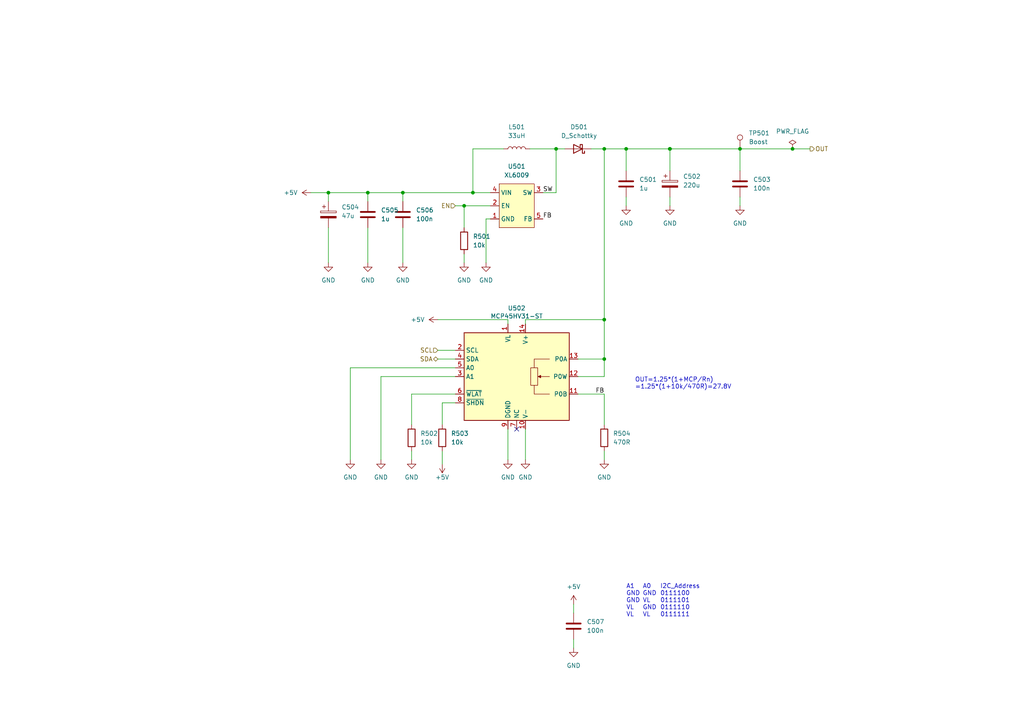
<source format=kicad_sch>
(kicad_sch (version 20211123) (generator eeschema)

  (uuid 74012f9c-57f0-452a-9ea1-1e3437e264b8)

  (paper "A4")

  (lib_symbols
    (symbol "Connector:TestPoint" (pin_numbers hide) (pin_names (offset 0.762) hide) (in_bom yes) (on_board yes)
      (property "Reference" "TP" (id 0) (at 0 6.858 0)
        (effects (font (size 1.27 1.27)))
      )
      (property "Value" "TestPoint" (id 1) (at 0 5.08 0)
        (effects (font (size 1.27 1.27)))
      )
      (property "Footprint" "" (id 2) (at 5.08 0 0)
        (effects (font (size 1.27 1.27)) hide)
      )
      (property "Datasheet" "~" (id 3) (at 5.08 0 0)
        (effects (font (size 1.27 1.27)) hide)
      )
      (property "ki_keywords" "test point tp" (id 4) (at 0 0 0)
        (effects (font (size 1.27 1.27)) hide)
      )
      (property "ki_description" "test point" (id 5) (at 0 0 0)
        (effects (font (size 1.27 1.27)) hide)
      )
      (property "ki_fp_filters" "Pin* Test*" (id 6) (at 0 0 0)
        (effects (font (size 1.27 1.27)) hide)
      )
      (symbol "TestPoint_0_1"
        (circle (center 0 3.302) (radius 0.762)
          (stroke (width 0) (type default) (color 0 0 0 0))
          (fill (type none))
        )
      )
      (symbol "TestPoint_1_1"
        (pin passive line (at 0 0 90) (length 2.54)
          (name "1" (effects (font (size 1.27 1.27))))
          (number "1" (effects (font (size 1.27 1.27))))
        )
      )
    )
    (symbol "Device:C" (pin_numbers hide) (pin_names (offset 0.254)) (in_bom yes) (on_board yes)
      (property "Reference" "C" (id 0) (at 0.635 2.54 0)
        (effects (font (size 1.27 1.27)) (justify left))
      )
      (property "Value" "C" (id 1) (at 0.635 -2.54 0)
        (effects (font (size 1.27 1.27)) (justify left))
      )
      (property "Footprint" "" (id 2) (at 0.9652 -3.81 0)
        (effects (font (size 1.27 1.27)) hide)
      )
      (property "Datasheet" "~" (id 3) (at 0 0 0)
        (effects (font (size 1.27 1.27)) hide)
      )
      (property "ki_keywords" "cap capacitor" (id 4) (at 0 0 0)
        (effects (font (size 1.27 1.27)) hide)
      )
      (property "ki_description" "Unpolarized capacitor" (id 5) (at 0 0 0)
        (effects (font (size 1.27 1.27)) hide)
      )
      (property "ki_fp_filters" "C_*" (id 6) (at 0 0 0)
        (effects (font (size 1.27 1.27)) hide)
      )
      (symbol "C_0_1"
        (polyline
          (pts
            (xy -2.032 -0.762)
            (xy 2.032 -0.762)
          )
          (stroke (width 0.508) (type default) (color 0 0 0 0))
          (fill (type none))
        )
        (polyline
          (pts
            (xy -2.032 0.762)
            (xy 2.032 0.762)
          )
          (stroke (width 0.508) (type default) (color 0 0 0 0))
          (fill (type none))
        )
      )
      (symbol "C_1_1"
        (pin passive line (at 0 3.81 270) (length 2.794)
          (name "~" (effects (font (size 1.27 1.27))))
          (number "1" (effects (font (size 1.27 1.27))))
        )
        (pin passive line (at 0 -3.81 90) (length 2.794)
          (name "~" (effects (font (size 1.27 1.27))))
          (number "2" (effects (font (size 1.27 1.27))))
        )
      )
    )
    (symbol "Device:C_Polarized" (pin_numbers hide) (pin_names (offset 0.254)) (in_bom yes) (on_board yes)
      (property "Reference" "C" (id 0) (at 0.635 2.54 0)
        (effects (font (size 1.27 1.27)) (justify left))
      )
      (property "Value" "C_Polarized" (id 1) (at 0.635 -2.54 0)
        (effects (font (size 1.27 1.27)) (justify left))
      )
      (property "Footprint" "" (id 2) (at 0.9652 -3.81 0)
        (effects (font (size 1.27 1.27)) hide)
      )
      (property "Datasheet" "~" (id 3) (at 0 0 0)
        (effects (font (size 1.27 1.27)) hide)
      )
      (property "ki_keywords" "cap capacitor" (id 4) (at 0 0 0)
        (effects (font (size 1.27 1.27)) hide)
      )
      (property "ki_description" "Polarized capacitor" (id 5) (at 0 0 0)
        (effects (font (size 1.27 1.27)) hide)
      )
      (property "ki_fp_filters" "CP_*" (id 6) (at 0 0 0)
        (effects (font (size 1.27 1.27)) hide)
      )
      (symbol "C_Polarized_0_1"
        (rectangle (start -2.286 0.508) (end 2.286 1.016)
          (stroke (width 0) (type default) (color 0 0 0 0))
          (fill (type none))
        )
        (polyline
          (pts
            (xy -1.778 2.286)
            (xy -0.762 2.286)
          )
          (stroke (width 0) (type default) (color 0 0 0 0))
          (fill (type none))
        )
        (polyline
          (pts
            (xy -1.27 2.794)
            (xy -1.27 1.778)
          )
          (stroke (width 0) (type default) (color 0 0 0 0))
          (fill (type none))
        )
        (rectangle (start 2.286 -0.508) (end -2.286 -1.016)
          (stroke (width 0) (type default) (color 0 0 0 0))
          (fill (type outline))
        )
      )
      (symbol "C_Polarized_1_1"
        (pin passive line (at 0 3.81 270) (length 2.794)
          (name "~" (effects (font (size 1.27 1.27))))
          (number "1" (effects (font (size 1.27 1.27))))
        )
        (pin passive line (at 0 -3.81 90) (length 2.794)
          (name "~" (effects (font (size 1.27 1.27))))
          (number "2" (effects (font (size 1.27 1.27))))
        )
      )
    )
    (symbol "Device:D_Schottky" (pin_numbers hide) (pin_names (offset 1.016) hide) (in_bom yes) (on_board yes)
      (property "Reference" "D" (id 0) (at 0 2.54 0)
        (effects (font (size 1.27 1.27)))
      )
      (property "Value" "D_Schottky" (id 1) (at 0 -2.54 0)
        (effects (font (size 1.27 1.27)))
      )
      (property "Footprint" "" (id 2) (at 0 0 0)
        (effects (font (size 1.27 1.27)) hide)
      )
      (property "Datasheet" "~" (id 3) (at 0 0 0)
        (effects (font (size 1.27 1.27)) hide)
      )
      (property "ki_keywords" "diode Schottky" (id 4) (at 0 0 0)
        (effects (font (size 1.27 1.27)) hide)
      )
      (property "ki_description" "Schottky diode" (id 5) (at 0 0 0)
        (effects (font (size 1.27 1.27)) hide)
      )
      (property "ki_fp_filters" "TO-???* *_Diode_* *SingleDiode* D_*" (id 6) (at 0 0 0)
        (effects (font (size 1.27 1.27)) hide)
      )
      (symbol "D_Schottky_0_1"
        (polyline
          (pts
            (xy 1.27 0)
            (xy -1.27 0)
          )
          (stroke (width 0) (type default) (color 0 0 0 0))
          (fill (type none))
        )
        (polyline
          (pts
            (xy 1.27 1.27)
            (xy 1.27 -1.27)
            (xy -1.27 0)
            (xy 1.27 1.27)
          )
          (stroke (width 0.254) (type default) (color 0 0 0 0))
          (fill (type none))
        )
        (polyline
          (pts
            (xy -1.905 0.635)
            (xy -1.905 1.27)
            (xy -1.27 1.27)
            (xy -1.27 -1.27)
            (xy -0.635 -1.27)
            (xy -0.635 -0.635)
          )
          (stroke (width 0.254) (type default) (color 0 0 0 0))
          (fill (type none))
        )
      )
      (symbol "D_Schottky_1_1"
        (pin passive line (at -3.81 0 0) (length 2.54)
          (name "K" (effects (font (size 1.27 1.27))))
          (number "1" (effects (font (size 1.27 1.27))))
        )
        (pin passive line (at 3.81 0 180) (length 2.54)
          (name "A" (effects (font (size 1.27 1.27))))
          (number "2" (effects (font (size 1.27 1.27))))
        )
      )
    )
    (symbol "Device:L" (pin_numbers hide) (pin_names (offset 1.016) hide) (in_bom yes) (on_board yes)
      (property "Reference" "L" (id 0) (at -1.27 0 90)
        (effects (font (size 1.27 1.27)))
      )
      (property "Value" "L" (id 1) (at 1.905 0 90)
        (effects (font (size 1.27 1.27)))
      )
      (property "Footprint" "" (id 2) (at 0 0 0)
        (effects (font (size 1.27 1.27)) hide)
      )
      (property "Datasheet" "~" (id 3) (at 0 0 0)
        (effects (font (size 1.27 1.27)) hide)
      )
      (property "ki_keywords" "inductor choke coil reactor magnetic" (id 4) (at 0 0 0)
        (effects (font (size 1.27 1.27)) hide)
      )
      (property "ki_description" "Inductor" (id 5) (at 0 0 0)
        (effects (font (size 1.27 1.27)) hide)
      )
      (property "ki_fp_filters" "Choke_* *Coil* Inductor_* L_*" (id 6) (at 0 0 0)
        (effects (font (size 1.27 1.27)) hide)
      )
      (symbol "L_0_1"
        (arc (start 0 -2.54) (mid 0.635 -1.905) (end 0 -1.27)
          (stroke (width 0) (type default) (color 0 0 0 0))
          (fill (type none))
        )
        (arc (start 0 -1.27) (mid 0.635 -0.635) (end 0 0)
          (stroke (width 0) (type default) (color 0 0 0 0))
          (fill (type none))
        )
        (arc (start 0 0) (mid 0.635 0.635) (end 0 1.27)
          (stroke (width 0) (type default) (color 0 0 0 0))
          (fill (type none))
        )
        (arc (start 0 1.27) (mid 0.635 1.905) (end 0 2.54)
          (stroke (width 0) (type default) (color 0 0 0 0))
          (fill (type none))
        )
      )
      (symbol "L_1_1"
        (pin passive line (at 0 3.81 270) (length 1.27)
          (name "1" (effects (font (size 1.27 1.27))))
          (number "1" (effects (font (size 1.27 1.27))))
        )
        (pin passive line (at 0 -3.81 90) (length 1.27)
          (name "2" (effects (font (size 1.27 1.27))))
          (number "2" (effects (font (size 1.27 1.27))))
        )
      )
    )
    (symbol "Device:R" (pin_numbers hide) (pin_names (offset 0)) (in_bom yes) (on_board yes)
      (property "Reference" "R" (id 0) (at 2.032 0 90)
        (effects (font (size 1.27 1.27)))
      )
      (property "Value" "R" (id 1) (at 0 0 90)
        (effects (font (size 1.27 1.27)))
      )
      (property "Footprint" "" (id 2) (at -1.778 0 90)
        (effects (font (size 1.27 1.27)) hide)
      )
      (property "Datasheet" "~" (id 3) (at 0 0 0)
        (effects (font (size 1.27 1.27)) hide)
      )
      (property "ki_keywords" "R res resistor" (id 4) (at 0 0 0)
        (effects (font (size 1.27 1.27)) hide)
      )
      (property "ki_description" "Resistor" (id 5) (at 0 0 0)
        (effects (font (size 1.27 1.27)) hide)
      )
      (property "ki_fp_filters" "R_*" (id 6) (at 0 0 0)
        (effects (font (size 1.27 1.27)) hide)
      )
      (symbol "R_0_1"
        (rectangle (start -1.016 -2.54) (end 1.016 2.54)
          (stroke (width 0.254) (type default) (color 0 0 0 0))
          (fill (type none))
        )
      )
      (symbol "R_1_1"
        (pin passive line (at 0 3.81 270) (length 1.27)
          (name "~" (effects (font (size 1.27 1.27))))
          (number "1" (effects (font (size 1.27 1.27))))
        )
        (pin passive line (at 0 -3.81 90) (length 1.27)
          (name "~" (effects (font (size 1.27 1.27))))
          (number "2" (effects (font (size 1.27 1.27))))
        )
      )
    )
    (symbol "Potentiometer_Digital:MCP45HV31-ST" (in_bom yes) (on_board yes)
      (property "Reference" "U" (id 0) (at -13.97 13.97 0)
        (effects (font (size 1.27 1.27)))
      )
      (property "Value" "MCP45HV31-ST" (id 1) (at 11.43 13.97 0)
        (effects (font (size 1.27 1.27)))
      )
      (property "Footprint" "Package_SO:TSSOP-14_4.4x5mm_P0.65mm" (id 2) (at 27.94 -13.97 0)
        (effects (font (size 1.27 1.27)) hide)
      )
      (property "Datasheet" "http://ww1.microchip.com/downloads/en/DeviceDoc/20005304A.pdf" (id 3) (at -13.97 11.43 0)
        (effects (font (size 1.27 1.27)) hide)
      )
      (property "ki_keywords" "I2C Potentiometer pot digital" (id 4) (at 0 0 0)
        (effects (font (size 1.27 1.27)) hide)
      )
      (property "ki_description" "7/8-bit single +36V (+/-18V) digital pot, I2C serial interface, volatile memory, TSSOP-14" (id 5) (at 0 0 0)
        (effects (font (size 1.27 1.27)) hide)
      )
      (property "ki_fp_filters" "TSSOP*4.4x5mm*P0.65mm*" (id 6) (at 0 0 0)
        (effects (font (size 1.27 1.27)) hide)
      )
      (symbol "MCP45HV31-ST_0_1"
        (polyline
          (pts
            (xy 9.525 0)
            (xy 6.223 0)
          )
          (stroke (width 0) (type default) (color 0 0 0 0))
          (fill (type none))
        )
        (polyline
          (pts
            (xy 5.08 -2.54)
            (xy 5.08 -5.08)
            (xy 9.525 -5.08)
          )
          (stroke (width 0) (type default) (color 0 0 0 0))
          (fill (type none))
        )
        (polyline
          (pts
            (xy 5.08 2.54)
            (xy 5.08 5.08)
            (xy 9.525 5.08)
          )
          (stroke (width 0) (type default) (color 0 0 0 0))
          (fill (type none))
        )
        (polyline
          (pts
            (xy 6.223 0)
            (xy 6.985 0.381)
            (xy 6.985 -0.381)
            (xy 6.223 0)
          )
          (stroke (width 0) (type default) (color 0 0 0 0))
          (fill (type outline))
        )
        (polyline
          (pts
            (xy 6.096 2.54)
            (xy 4.064 2.54)
            (xy 4.064 -2.54)
            (xy 6.096 -2.54)
            (xy 6.096 2.54)
          )
          (stroke (width 0) (type default) (color 0 0 0 0))
          (fill (type none))
        )
      )
      (symbol "MCP45HV31-ST_1_1"
        (rectangle (start -15.24 12.7) (end 15.24 -12.7)
          (stroke (width 0.254) (type default) (color 0 0 0 0))
          (fill (type background))
        )
        (pin power_in line (at -2.54 15.24 270) (length 2.54)
          (name "VL" (effects (font (size 1.27 1.27))))
          (number "1" (effects (font (size 1.27 1.27))))
        )
        (pin power_in line (at 2.54 -15.24 90) (length 2.54)
          (name "V-" (effects (font (size 1.27 1.27))))
          (number "10" (effects (font (size 1.27 1.27))))
        )
        (pin passive line (at 17.78 -5.08 180) (length 2.54)
          (name "P0B" (effects (font (size 1.27 1.27))))
          (number "11" (effects (font (size 1.27 1.27))))
        )
        (pin passive line (at 17.78 0 180) (length 2.54)
          (name "P0W" (effects (font (size 1.27 1.27))))
          (number "12" (effects (font (size 1.27 1.27))))
        )
        (pin passive line (at 17.78 5.08 180) (length 2.54)
          (name "P0A" (effects (font (size 1.27 1.27))))
          (number "13" (effects (font (size 1.27 1.27))))
        )
        (pin power_in line (at 2.54 15.24 270) (length 2.54)
          (name "V+" (effects (font (size 1.27 1.27))))
          (number "14" (effects (font (size 1.27 1.27))))
        )
        (pin input line (at -17.78 7.62 0) (length 2.54)
          (name "SCL" (effects (font (size 1.27 1.27))))
          (number "2" (effects (font (size 1.27 1.27))))
        )
        (pin input line (at -17.78 0 0) (length 2.54)
          (name "A1" (effects (font (size 1.27 1.27))))
          (number "3" (effects (font (size 1.27 1.27))))
        )
        (pin bidirectional line (at -17.78 5.08 0) (length 2.54)
          (name "SDA" (effects (font (size 1.27 1.27))))
          (number "4" (effects (font (size 1.27 1.27))))
        )
        (pin input line (at -17.78 2.54 0) (length 2.54)
          (name "A0" (effects (font (size 1.27 1.27))))
          (number "5" (effects (font (size 1.27 1.27))))
        )
        (pin input line (at -17.78 -5.08 0) (length 2.54)
          (name "~{WLAT}" (effects (font (size 1.27 1.27))))
          (number "6" (effects (font (size 1.27 1.27))))
        )
        (pin passive line (at 0 -15.24 90) (length 2.54)
          (name "NC" (effects (font (size 1.27 1.27))))
          (number "7" (effects (font (size 1.27 1.27))))
        )
        (pin input line (at -17.78 -7.62 0) (length 2.54)
          (name "~{SHDN}" (effects (font (size 1.27 1.27))))
          (number "8" (effects (font (size 1.27 1.27))))
        )
        (pin power_in line (at -2.54 -15.24 90) (length 2.54)
          (name "DGND" (effects (font (size 1.27 1.27))))
          (number "9" (effects (font (size 1.27 1.27))))
        )
      )
    )
    (symbol "XL6009:XL6009" (in_bom yes) (on_board yes)
      (property "Reference" "U" (id 0) (at 0 10.16 0)
        (effects (font (size 1.27 1.27)))
      )
      (property "Value" "XL6009" (id 1) (at 0 7.62 0)
        (effects (font (size 1.27 1.27)))
      )
      (property "Footprint" "" (id 2) (at 0 6.35 0)
        (effects (font (size 1.27 1.27)) hide)
      )
      (property "Datasheet" "" (id 3) (at 0 6.35 0)
        (effects (font (size 1.27 1.27)) hide)
      )
      (symbol "XL6009_0_1"
        (rectangle (start -5.08 6.35) (end 5.08 -6.35)
          (stroke (width 0) (type default) (color 0 0 0 0))
          (fill (type background))
        )
      )
      (symbol "XL6009_1_1"
        (pin input line (at -7.62 -3.81 0) (length 2.54)
          (name "GND" (effects (font (size 1.27 1.27))))
          (number "1" (effects (font (size 1.27 1.27))))
        )
        (pin input line (at -7.62 0 0) (length 2.54)
          (name "EN" (effects (font (size 1.27 1.27))))
          (number "2" (effects (font (size 1.27 1.27))))
        )
        (pin bidirectional line (at 7.62 3.81 180) (length 2.54)
          (name "SW" (effects (font (size 1.27 1.27))))
          (number "3" (effects (font (size 1.27 1.27))))
        )
        (pin input line (at -7.62 3.81 0) (length 2.54)
          (name "VIN" (effects (font (size 1.27 1.27))))
          (number "4" (effects (font (size 1.27 1.27))))
        )
        (pin input line (at 7.62 -3.81 180) (length 2.54)
          (name "FB" (effects (font (size 1.27 1.27))))
          (number "5" (effects (font (size 1.27 1.27))))
        )
      )
    )
    (symbol "power:+5V" (power) (pin_names (offset 0)) (in_bom yes) (on_board yes)
      (property "Reference" "#PWR" (id 0) (at 0 -3.81 0)
        (effects (font (size 1.27 1.27)) hide)
      )
      (property "Value" "+5V" (id 1) (at 0 3.556 0)
        (effects (font (size 1.27 1.27)))
      )
      (property "Footprint" "" (id 2) (at 0 0 0)
        (effects (font (size 1.27 1.27)) hide)
      )
      (property "Datasheet" "" (id 3) (at 0 0 0)
        (effects (font (size 1.27 1.27)) hide)
      )
      (property "ki_keywords" "power-flag" (id 4) (at 0 0 0)
        (effects (font (size 1.27 1.27)) hide)
      )
      (property "ki_description" "Power symbol creates a global label with name \"+5V\"" (id 5) (at 0 0 0)
        (effects (font (size 1.27 1.27)) hide)
      )
      (symbol "+5V_0_1"
        (polyline
          (pts
            (xy -0.762 1.27)
            (xy 0 2.54)
          )
          (stroke (width 0) (type default) (color 0 0 0 0))
          (fill (type none))
        )
        (polyline
          (pts
            (xy 0 0)
            (xy 0 2.54)
          )
          (stroke (width 0) (type default) (color 0 0 0 0))
          (fill (type none))
        )
        (polyline
          (pts
            (xy 0 2.54)
            (xy 0.762 1.27)
          )
          (stroke (width 0) (type default) (color 0 0 0 0))
          (fill (type none))
        )
      )
      (symbol "+5V_1_1"
        (pin power_in line (at 0 0 90) (length 0) hide
          (name "+5V" (effects (font (size 1.27 1.27))))
          (number "1" (effects (font (size 1.27 1.27))))
        )
      )
    )
    (symbol "power:GND" (power) (pin_names (offset 0)) (in_bom yes) (on_board yes)
      (property "Reference" "#PWR" (id 0) (at 0 -6.35 0)
        (effects (font (size 1.27 1.27)) hide)
      )
      (property "Value" "GND" (id 1) (at 0 -3.81 0)
        (effects (font (size 1.27 1.27)))
      )
      (property "Footprint" "" (id 2) (at 0 0 0)
        (effects (font (size 1.27 1.27)) hide)
      )
      (property "Datasheet" "" (id 3) (at 0 0 0)
        (effects (font (size 1.27 1.27)) hide)
      )
      (property "ki_keywords" "power-flag" (id 4) (at 0 0 0)
        (effects (font (size 1.27 1.27)) hide)
      )
      (property "ki_description" "Power symbol creates a global label with name \"GND\" , ground" (id 5) (at 0 0 0)
        (effects (font (size 1.27 1.27)) hide)
      )
      (symbol "GND_0_1"
        (polyline
          (pts
            (xy 0 0)
            (xy 0 -1.27)
            (xy 1.27 -1.27)
            (xy 0 -2.54)
            (xy -1.27 -1.27)
            (xy 0 -1.27)
          )
          (stroke (width 0) (type default) (color 0 0 0 0))
          (fill (type none))
        )
      )
      (symbol "GND_1_1"
        (pin power_in line (at 0 0 270) (length 0) hide
          (name "GND" (effects (font (size 1.27 1.27))))
          (number "1" (effects (font (size 1.27 1.27))))
        )
      )
    )
    (symbol "power:PWR_FLAG" (power) (pin_numbers hide) (pin_names (offset 0) hide) (in_bom yes) (on_board yes)
      (property "Reference" "#FLG" (id 0) (at 0 1.905 0)
        (effects (font (size 1.27 1.27)) hide)
      )
      (property "Value" "PWR_FLAG" (id 1) (at 0 3.81 0)
        (effects (font (size 1.27 1.27)))
      )
      (property "Footprint" "" (id 2) (at 0 0 0)
        (effects (font (size 1.27 1.27)) hide)
      )
      (property "Datasheet" "~" (id 3) (at 0 0 0)
        (effects (font (size 1.27 1.27)) hide)
      )
      (property "ki_keywords" "power-flag" (id 4) (at 0 0 0)
        (effects (font (size 1.27 1.27)) hide)
      )
      (property "ki_description" "Special symbol for telling ERC where power comes from" (id 5) (at 0 0 0)
        (effects (font (size 1.27 1.27)) hide)
      )
      (symbol "PWR_FLAG_0_0"
        (pin power_out line (at 0 0 90) (length 0)
          (name "pwr" (effects (font (size 1.27 1.27))))
          (number "1" (effects (font (size 1.27 1.27))))
        )
      )
      (symbol "PWR_FLAG_0_1"
        (polyline
          (pts
            (xy 0 0)
            (xy 0 1.27)
            (xy -1.016 1.905)
            (xy 0 2.54)
            (xy 1.016 1.905)
            (xy 0 1.27)
          )
          (stroke (width 0) (type default) (color 0 0 0 0))
          (fill (type none))
        )
      )
    )
  )

  (junction (at 106.68 55.88) (diameter 0) (color 0 0 0 0)
    (uuid 168b25d9-f02e-4c47-bdcf-08a92dd7ef63)
  )
  (junction (at 181.61 43.18) (diameter 0) (color 0 0 0 0)
    (uuid 1f9c4853-9991-46d6-9327-b3ba1fb62c03)
  )
  (junction (at 194.31 43.18) (diameter 0) (color 0 0 0 0)
    (uuid 7c54b979-1ffc-4e1c-af63-7202d651c4ce)
  )
  (junction (at 175.26 43.18) (diameter 0) (color 0 0 0 0)
    (uuid 7fcf4453-d9e2-45f2-af8e-634a63ab1447)
  )
  (junction (at 175.26 92.71) (diameter 0) (color 0 0 0 0)
    (uuid 88202f55-8fd7-495c-a9f7-aa931c9e8418)
  )
  (junction (at 116.84 55.88) (diameter 0) (color 0 0 0 0)
    (uuid 9e891be4-c6a4-40fc-918f-187def93d6c7)
  )
  (junction (at 134.62 59.69) (diameter 0) (color 0 0 0 0)
    (uuid a59d6daf-5e75-4d21-8079-30eb99043a9c)
  )
  (junction (at 175.26 104.14) (diameter 0) (color 0 0 0 0)
    (uuid abecda56-5b3c-4676-bb71-c31bbb8ea94c)
  )
  (junction (at 194.2841 43.18) (diameter 0) (color 0 0 0 0)
    (uuid acb5d888-032a-4b85-87ee-0fb6198e85b4)
  )
  (junction (at 214.63 43.18) (diameter 0) (color 0 0 0 0)
    (uuid cac5ef4c-862a-4561-a01f-7c194938e859)
  )
  (junction (at 95.25 55.88) (diameter 0) (color 0 0 0 0)
    (uuid d345fc2e-e597-48eb-970e-51970b4296a9)
  )
  (junction (at 229.87 43.18) (diameter 0) (color 0 0 0 0)
    (uuid d4ebdbb7-477c-4cd0-80fb-506091e024db)
  )
  (junction (at 137.16 55.88) (diameter 0) (color 0 0 0 0)
    (uuid e7e68850-3b33-4f7f-bb84-16e577226ca8)
  )
  (junction (at 161.29 43.18) (diameter 0) (color 0 0 0 0)
    (uuid ead34520-2009-4d76-b024-ef3101837b16)
  )

  (no_connect (at 149.86 124.46) (uuid a5802a35-ad95-4a1c-ae53-9f40f9c4e23c))

  (wire (pts (xy 128.27 130.81) (xy 128.27 134.62))
    (stroke (width 0) (type default) (color 0 0 0 0))
    (uuid 01823dc3-3d6e-4821-b433-b8b5b599e16e)
  )
  (wire (pts (xy 119.38 130.81) (xy 119.38 133.35))
    (stroke (width 0) (type default) (color 0 0 0 0))
    (uuid 04f2b764-c7af-4d1c-91ee-5523f1236b8c)
  )
  (wire (pts (xy 142.24 63.5) (xy 140.97 63.5))
    (stroke (width 0) (type default) (color 0 0 0 0))
    (uuid 05e5995c-41d0-4140-a065-87a7cce51eeb)
  )
  (wire (pts (xy 137.16 43.18) (xy 137.16 55.88))
    (stroke (width 0) (type default) (color 0 0 0 0))
    (uuid 08ca546a-73ee-4a89-9e96-926e36c5a52c)
  )
  (wire (pts (xy 175.26 109.22) (xy 175.26 104.14))
    (stroke (width 0) (type default) (color 0 0 0 0))
    (uuid 0ced78cb-f504-48b1-b73a-7ae0ab62a046)
  )
  (wire (pts (xy 106.68 58.42) (xy 106.68 55.88))
    (stroke (width 0) (type default) (color 0 0 0 0))
    (uuid 0d1f1756-7e91-4046-b404-91840c7c8001)
  )
  (wire (pts (xy 229.87 43.18) (xy 234.95 43.18))
    (stroke (width 0) (type default) (color 0 0 0 0))
    (uuid 0d302e84-c8cb-4e60-a4ff-4f3984aba0ba)
  )
  (wire (pts (xy 95.25 55.88) (xy 95.25 58.42))
    (stroke (width 0) (type default) (color 0 0 0 0))
    (uuid 0f4dd752-78ff-43f1-a2ac-d8d94c7e2b41)
  )
  (wire (pts (xy 119.38 114.3) (xy 119.38 123.19))
    (stroke (width 0) (type default) (color 0 0 0 0))
    (uuid 190a6ed6-87ee-4f49-8cbf-3405c47d50ad)
  )
  (wire (pts (xy 152.4 93.98) (xy 152.4 92.71))
    (stroke (width 0) (type default) (color 0 0 0 0))
    (uuid 1d70be4c-d01a-403a-933a-2253218f98dd)
  )
  (wire (pts (xy 106.68 55.88) (xy 95.25 55.88))
    (stroke (width 0) (type default) (color 0 0 0 0))
    (uuid 1ecd28dd-6717-4997-b738-ccd3e93b9a39)
  )
  (wire (pts (xy 161.29 43.18) (xy 163.83 43.18))
    (stroke (width 0) (type default) (color 0 0 0 0))
    (uuid 20d8eb8b-b1fb-4d41-81a4-623a122fbd8f)
  )
  (wire (pts (xy 194.31 57.15) (xy 194.31 59.69))
    (stroke (width 0) (type default) (color 0 0 0 0))
    (uuid 22b7d98c-9080-4e9f-81a9-59a72b370430)
  )
  (wire (pts (xy 194.2841 43.18) (xy 194.31 43.18))
    (stroke (width 0) (type default) (color 0 0 0 0))
    (uuid 238a1b6b-0a94-44b4-8f1b-cd05f8a414fd)
  )
  (wire (pts (xy 175.26 43.18) (xy 181.61 43.18))
    (stroke (width 0) (type default) (color 0 0 0 0))
    (uuid 27073184-c6af-4cf6-8881-cd39599e62b8)
  )
  (wire (pts (xy 95.25 66.04) (xy 95.25 76.2))
    (stroke (width 0) (type default) (color 0 0 0 0))
    (uuid 278a45fa-8988-42d7-9a0e-317aeaca9412)
  )
  (wire (pts (xy 127 92.71) (xy 147.32 92.71))
    (stroke (width 0) (type default) (color 0 0 0 0))
    (uuid 2af85c6d-dc3d-4d5d-bd88-47e4a7ea63f0)
  )
  (wire (pts (xy 110.49 109.22) (xy 110.49 133.35))
    (stroke (width 0) (type default) (color 0 0 0 0))
    (uuid 40f5e380-d2fb-488e-9b3a-591758010505)
  )
  (wire (pts (xy 116.84 58.42) (xy 116.84 55.88))
    (stroke (width 0) (type default) (color 0 0 0 0))
    (uuid 43e305bb-47a7-4f2f-8b26-63990b6772a6)
  )
  (wire (pts (xy 132.08 116.84) (xy 128.27 116.84))
    (stroke (width 0) (type default) (color 0 0 0 0))
    (uuid 44cc4e42-4f73-4ff9-9a9d-cbdd3d742887)
  )
  (wire (pts (xy 181.61 49.53) (xy 181.61 43.18))
    (stroke (width 0) (type default) (color 0 0 0 0))
    (uuid 5309e363-b2ab-4b93-ad3e-c53ccdf32bc5)
  )
  (wire (pts (xy 181.61 57.15) (xy 181.61 59.69))
    (stroke (width 0) (type default) (color 0 0 0 0))
    (uuid 5acda3be-fc51-46ee-8b64-1e647c26ea10)
  )
  (wire (pts (xy 161.29 55.88) (xy 157.48 55.88))
    (stroke (width 0) (type default) (color 0 0 0 0))
    (uuid 5e3ee0f3-1d1c-4f58-81a2-a596a9066793)
  )
  (wire (pts (xy 214.63 43.18) (xy 229.87 43.18))
    (stroke (width 0) (type default) (color 0 0 0 0))
    (uuid 62971e11-e892-4b77-bddc-4f9137ac89de)
  )
  (wire (pts (xy 171.45 43.18) (xy 175.26 43.18))
    (stroke (width 0) (type default) (color 0 0 0 0))
    (uuid 657c9ec2-3cef-45a8-937d-085564401bdf)
  )
  (wire (pts (xy 166.37 175.26) (xy 166.37 177.8))
    (stroke (width 0) (type default) (color 0 0 0 0))
    (uuid 6e3ca9ec-d7bb-47e3-b90c-3cfc233e403f)
  )
  (wire (pts (xy 116.84 55.88) (xy 106.68 55.88))
    (stroke (width 0) (type default) (color 0 0 0 0))
    (uuid 6ede123e-9e07-4aeb-acda-01f0823a2ee5)
  )
  (wire (pts (xy 134.62 59.69) (xy 142.24 59.69))
    (stroke (width 0) (type default) (color 0 0 0 0))
    (uuid 6f334f21-37dd-435c-82f8-7c49d668a87b)
  )
  (wire (pts (xy 167.64 104.14) (xy 175.26 104.14))
    (stroke (width 0) (type default) (color 0 0 0 0))
    (uuid 7a094e8e-c34b-4705-a075-d0cd4e57eaad)
  )
  (wire (pts (xy 132.08 106.68) (xy 101.6 106.68))
    (stroke (width 0) (type default) (color 0 0 0 0))
    (uuid 7b58672c-96ec-4fb5-91ab-742f8753dc5e)
  )
  (wire (pts (xy 152.4 124.46) (xy 152.4 133.35))
    (stroke (width 0) (type default) (color 0 0 0 0))
    (uuid 7cc50568-0db1-44b3-a291-7b6927fe590d)
  )
  (wire (pts (xy 181.61 43.18) (xy 194.2841 43.18))
    (stroke (width 0) (type default) (color 0 0 0 0))
    (uuid 83f8aa03-c0d1-4e90-898d-7eb73f1774af)
  )
  (wire (pts (xy 128.27 116.84) (xy 128.27 123.19))
    (stroke (width 0) (type default) (color 0 0 0 0))
    (uuid 84f92315-38f7-41aa-bb18-463f434cd656)
  )
  (wire (pts (xy 106.68 66.04) (xy 106.68 76.2))
    (stroke (width 0) (type default) (color 0 0 0 0))
    (uuid 85076cff-8b3b-4c81-9b88-ae7f9a20f74d)
  )
  (wire (pts (xy 166.37 185.42) (xy 166.37 187.96))
    (stroke (width 0) (type default) (color 0 0 0 0))
    (uuid 876643b3-51d9-4cc2-b97e-9447f61540f5)
  )
  (wire (pts (xy 175.26 130.81) (xy 175.26 133.35))
    (stroke (width 0) (type default) (color 0 0 0 0))
    (uuid 8b562359-a625-4913-9220-bf95e4d82023)
  )
  (wire (pts (xy 161.29 43.18) (xy 161.29 55.88))
    (stroke (width 0) (type default) (color 0 0 0 0))
    (uuid 94b62f2e-63ef-4448-95e0-f36092840480)
  )
  (wire (pts (xy 194.31 43.18) (xy 214.63 43.18))
    (stroke (width 0) (type default) (color 0 0 0 0))
    (uuid 97f693ba-728c-468a-b8a9-29ab530db795)
  )
  (wire (pts (xy 134.62 73.66) (xy 134.62 76.2))
    (stroke (width 0) (type default) (color 0 0 0 0))
    (uuid 9b7f651c-c6a4-4f53-b457-ec411c8fc700)
  )
  (wire (pts (xy 167.64 114.3) (xy 175.26 114.3))
    (stroke (width 0) (type default) (color 0 0 0 0))
    (uuid 9cc1b4c0-4feb-4357-b584-1b7b89fb3d89)
  )
  (wire (pts (xy 214.63 57.15) (xy 214.63 59.69))
    (stroke (width 0) (type default) (color 0 0 0 0))
    (uuid 9eb5084f-3f82-4acf-aae0-79fab4d38c83)
  )
  (wire (pts (xy 127 101.6) (xy 132.08 101.6))
    (stroke (width 0) (type default) (color 0 0 0 0))
    (uuid a5414f93-dc8e-40a2-8349-c9c9df8bbe8c)
  )
  (wire (pts (xy 214.63 43.18) (xy 214.63 49.53))
    (stroke (width 0) (type default) (color 0 0 0 0))
    (uuid ab2cf74b-5d1e-4ab1-a1e2-4ab5587bedc2)
  )
  (wire (pts (xy 132.08 109.22) (xy 110.49 109.22))
    (stroke (width 0) (type default) (color 0 0 0 0))
    (uuid b65d17ce-f447-4ad5-9568-4dff9331fd70)
  )
  (wire (pts (xy 175.26 104.14) (xy 175.26 92.71))
    (stroke (width 0) (type default) (color 0 0 0 0))
    (uuid bc4c0740-6a5d-4858-9ad5-6af91ff44a57)
  )
  (wire (pts (xy 137.16 55.88) (xy 142.24 55.88))
    (stroke (width 0) (type default) (color 0 0 0 0))
    (uuid c2be8e88-9242-4feb-a828-dc9779d39446)
  )
  (wire (pts (xy 101.6 106.68) (xy 101.6 133.35))
    (stroke (width 0) (type default) (color 0 0 0 0))
    (uuid c42ecb4d-4ff1-4c52-9f25-20d50ba8f884)
  )
  (wire (pts (xy 116.84 55.88) (xy 137.16 55.88))
    (stroke (width 0) (type default) (color 0 0 0 0))
    (uuid c4abc7bc-f0fb-421e-a67b-7bfa674ab645)
  )
  (wire (pts (xy 147.32 92.71) (xy 147.32 93.98))
    (stroke (width 0) (type default) (color 0 0 0 0))
    (uuid c7766efd-e5a1-4077-a65a-5d7ce5977915)
  )
  (wire (pts (xy 132.08 59.69) (xy 134.62 59.69))
    (stroke (width 0) (type default) (color 0 0 0 0))
    (uuid c78bca8d-9a6c-4e80-9aa3-fe6a5a0f7252)
  )
  (wire (pts (xy 127 104.14) (xy 132.08 104.14))
    (stroke (width 0) (type default) (color 0 0 0 0))
    (uuid c9fd5e49-84ba-4897-901c-5dcddbca1fb0)
  )
  (wire (pts (xy 152.4 92.71) (xy 175.26 92.71))
    (stroke (width 0) (type default) (color 0 0 0 0))
    (uuid cc11e083-e3a3-48a9-bac5-14834ba4d55a)
  )
  (wire (pts (xy 147.32 124.46) (xy 147.32 133.35))
    (stroke (width 0) (type default) (color 0 0 0 0))
    (uuid ce5778b4-e45b-4055-9f87-d33bf2930afd)
  )
  (wire (pts (xy 153.67 43.18) (xy 161.29 43.18))
    (stroke (width 0) (type default) (color 0 0 0 0))
    (uuid cf650523-2d02-4fa7-9e27-0b9ea6922f75)
  )
  (wire (pts (xy 194.31 49.53) (xy 194.31 43.18))
    (stroke (width 0) (type default) (color 0 0 0 0))
    (uuid d0f85702-eacb-45c3-8e63-751a62ccf3e2)
  )
  (wire (pts (xy 146.05 43.18) (xy 137.16 43.18))
    (stroke (width 0) (type default) (color 0 0 0 0))
    (uuid d5c601c8-d7af-4550-b5a8-c72ff7694db7)
  )
  (wire (pts (xy 167.64 109.22) (xy 175.26 109.22))
    (stroke (width 0) (type default) (color 0 0 0 0))
    (uuid d876dfea-3b52-4ae5-8eda-6a467f9fcb48)
  )
  (wire (pts (xy 175.26 114.3) (xy 175.26 123.19))
    (stroke (width 0) (type default) (color 0 0 0 0))
    (uuid dec999e9-2607-4acb-a604-1061ca1ffe8c)
  )
  (wire (pts (xy 132.08 114.3) (xy 119.38 114.3))
    (stroke (width 0) (type default) (color 0 0 0 0))
    (uuid dfe9d6fe-0e19-42fb-a69d-844ce387d1d7)
  )
  (wire (pts (xy 175.26 43.18) (xy 175.26 92.71))
    (stroke (width 0) (type default) (color 0 0 0 0))
    (uuid e07d4092-f848-49ef-9725-090bccbe6d10)
  )
  (wire (pts (xy 90.17 55.88) (xy 95.25 55.88))
    (stroke (width 0) (type default) (color 0 0 0 0))
    (uuid e756e30e-e3ea-49a2-9631-d6d8b6808370)
  )
  (wire (pts (xy 134.62 66.04) (xy 134.62 59.69))
    (stroke (width 0) (type default) (color 0 0 0 0))
    (uuid ec7bb883-61b1-43fa-885f-a8cec99660c7)
  )
  (wire (pts (xy 116.84 66.04) (xy 116.84 76.2))
    (stroke (width 0) (type default) (color 0 0 0 0))
    (uuid f3135cb1-7315-4a81-a954-c1215c0c8070)
  )
  (wire (pts (xy 140.97 63.5) (xy 140.97 76.2))
    (stroke (width 0) (type default) (color 0 0 0 0))
    (uuid fb2ad72b-1819-4a66-a63b-d3ea2b6cc1cb)
  )

  (text "A1	A0	I2C_Address\nGND	GND	0111100\nGND	VL	0111101\nVL	GND	0111110\nVL	VL	0111111"
    (at 181.61 179.07 0)
    (effects (font (size 1.27 1.27)) (justify left bottom))
    (uuid 1fc7a023-df3b-47f3-a527-3e94eeb88675)
  )
  (text "OUT=1.25*(1+MCP/Rn)\n=1.25*(1+10k/470R)=27.8V" (at 184.15 113.03 0)
    (effects (font (size 1.27 1.27)) (justify left bottom))
    (uuid ca97395e-3c65-4d86-9262-48bb733a7958)
  )

  (label "SW" (at 157.48 55.88 0)
    (effects (font (size 1.27 1.27)) (justify left bottom))
    (uuid 1f3ae998-6d88-43b6-89a8-f528b43b6bd8)
  )
  (label "FB" (at 172.72 114.3 0)
    (effects (font (size 1.27 1.27)) (justify left bottom))
    (uuid 3de6aa00-74ff-4726-92de-9e6d1b5b7e49)
  )
  (label "FB" (at 157.48 63.5 0)
    (effects (font (size 1.27 1.27)) (justify left bottom))
    (uuid 4443b883-380a-4edb-a140-eab622fe29fe)
  )

  (hierarchical_label "EN" (shape input) (at 132.08 59.69 180)
    (effects (font (size 1.27 1.27)) (justify right))
    (uuid 2209ee81-6409-4c18-b0f0-f2ebfef5bc4a)
  )
  (hierarchical_label "SCL" (shape input) (at 127 101.6 180)
    (effects (font (size 1.27 1.27)) (justify right))
    (uuid 78b04d44-3034-4a8f-b25a-03cba7a64c5e)
  )
  (hierarchical_label "OUT" (shape output) (at 234.95 43.18 0)
    (effects (font (size 1.27 1.27)) (justify left))
    (uuid 829c79b8-44da-4f6c-b174-2d62f965642b)
  )
  (hierarchical_label "SDA" (shape bidirectional) (at 127 104.14 180)
    (effects (font (size 1.27 1.27)) (justify right))
    (uuid 91958fea-8d4c-42bf-b9e5-46901a3ba995)
  )

  (symbol (lib_id "Potentiometer_Digital:MCP45HV31-ST") (at 149.86 109.22 0) (unit 1)
    (in_bom yes) (on_board yes)
    (uuid 00000000-0000-0000-0000-00006294e8d3)
    (property "Reference" "U502" (id 0) (at 149.86 89.3826 0))
    (property "Value" "MCP45HV31-ST" (id 1) (at 149.86 91.694 0))
    (property "Footprint" "Package_SO:TSSOP-14_4.4x5mm_P0.65mm" (id 2) (at 177.8 123.19 0)
      (effects (font (size 1.27 1.27)) hide)
    )
    (property "Datasheet" "http://ww1.microchip.com/downloads/en/DeviceDoc/20005304A.pdf" (id 3) (at 135.89 97.79 0)
      (effects (font (size 1.27 1.27)) hide)
    )
    (pin "1" (uuid 031dd8f4-9682-4050-8524-3053bece9268))
    (pin "10" (uuid 232dbd89-f8da-4462-9b4c-794e07895f55))
    (pin "11" (uuid d1fa370a-03a9-41c8-bf43-9959fa51ace9))
    (pin "12" (uuid 1ead61e2-2ced-472f-98b6-f9e595a26774))
    (pin "13" (uuid 948d4de5-bbce-4f0b-bde8-d3977f9ba309))
    (pin "14" (uuid ccf9c040-53e2-410d-b180-a796a3f3f280))
    (pin "2" (uuid dc0fabb4-a67d-4afc-9a11-f457a4b6af11))
    (pin "3" (uuid bc276e79-3f8a-43e6-bc06-561c20cdcf8a))
    (pin "4" (uuid c40083a4-145c-4ae4-9fae-3a0ea9941f61))
    (pin "5" (uuid 63605522-e38d-450e-bf96-6c4425233163))
    (pin "6" (uuid c6c30a7a-cde8-4cf9-9ed4-49502cc4e875))
    (pin "7" (uuid 1ff8be8e-d7e3-411e-aebc-17d2656aa696))
    (pin "8" (uuid b8bf24f7-2764-4268-8061-37deade464fa))
    (pin "9" (uuid db418da1-75f9-4fd1-8ade-3702e2bae6be))
  )

  (symbol (lib_id "Device:C") (at 116.84 62.23 0) (unit 1)
    (in_bom yes) (on_board yes) (fields_autoplaced)
    (uuid 0e0b34f0-76cf-4034-9eee-5ccf5bd4c06c)
    (property "Reference" "C506" (id 0) (at 120.65 60.9599 0)
      (effects (font (size 1.27 1.27)) (justify left))
    )
    (property "Value" "100n" (id 1) (at 120.65 63.4999 0)
      (effects (font (size 1.27 1.27)) (justify left))
    )
    (property "Footprint" "Capacitor_SMD:C_0603_1608Metric" (id 2) (at 117.8052 66.04 0)
      (effects (font (size 1.27 1.27)) hide)
    )
    (property "Datasheet" "~" (id 3) (at 116.84 62.23 0)
      (effects (font (size 1.27 1.27)) hide)
    )
    (pin "1" (uuid 855c675d-1b3b-43cb-8694-cb20f2d2b9cf))
    (pin "2" (uuid 0c8d4f60-6a35-4f7f-9222-8d3d151aec21))
  )

  (symbol (lib_id "power:+5V") (at 166.37 175.26 0) (unit 1)
    (in_bom yes) (on_board yes) (fields_autoplaced)
    (uuid 283754c4-94a0-4592-b269-58d5ef24034e)
    (property "Reference" "#PWR0518" (id 0) (at 166.37 179.07 0)
      (effects (font (size 1.27 1.27)) hide)
    )
    (property "Value" "+5V" (id 1) (at 166.37 170.18 0))
    (property "Footprint" "" (id 2) (at 166.37 175.26 0)
      (effects (font (size 1.27 1.27)) hide)
    )
    (property "Datasheet" "" (id 3) (at 166.37 175.26 0)
      (effects (font (size 1.27 1.27)) hide)
    )
    (pin "1" (uuid 017810b8-dbbd-4e91-8b76-213716b4a0d1))
  )

  (symbol (lib_id "Device:R") (at 175.26 127 0) (unit 1)
    (in_bom yes) (on_board yes) (fields_autoplaced)
    (uuid 2aeb6f46-38d7-42d5-8b95-e39c88bf1221)
    (property "Reference" "R504" (id 0) (at 177.8 125.7299 0)
      (effects (font (size 1.27 1.27)) (justify left))
    )
    (property "Value" "470R" (id 1) (at 177.8 128.2699 0)
      (effects (font (size 1.27 1.27)) (justify left))
    )
    (property "Footprint" "Resistor_SMD:R_0603_1608Metric" (id 2) (at 173.482 127 90)
      (effects (font (size 1.27 1.27)) hide)
    )
    (property "Datasheet" "~" (id 3) (at 175.26 127 0)
      (effects (font (size 1.27 1.27)) hide)
    )
    (pin "1" (uuid de946178-27c2-4f7d-bab5-8dad4f469cbe))
    (pin "2" (uuid da361872-5f9f-426c-a81c-5f942ef75cc9))
  )

  (symbol (lib_id "Device:C") (at 214.63 53.34 0) (unit 1)
    (in_bom yes) (on_board yes) (fields_autoplaced)
    (uuid 4424fcd2-d5ac-4841-878e-7cd7b42bd47b)
    (property "Reference" "C503" (id 0) (at 218.44 52.0699 0)
      (effects (font (size 1.27 1.27)) (justify left))
    )
    (property "Value" "100n" (id 1) (at 218.44 54.6099 0)
      (effects (font (size 1.27 1.27)) (justify left))
    )
    (property "Footprint" "Capacitor_SMD:C_0603_1608Metric" (id 2) (at 215.5952 57.15 0)
      (effects (font (size 1.27 1.27)) hide)
    )
    (property "Datasheet" "~" (id 3) (at 214.63 53.34 0)
      (effects (font (size 1.27 1.27)) hide)
    )
    (pin "1" (uuid 41050841-ee5f-4ff2-8fb6-d25c837ea7a5))
    (pin "2" (uuid 63e25dd0-ffdb-471a-b29b-d229f68779dd))
  )

  (symbol (lib_id "Connector:TestPoint") (at 214.63 43.18 0) (unit 1)
    (in_bom yes) (on_board yes) (fields_autoplaced)
    (uuid 46785879-9b82-4001-a51c-9dd144f86fc8)
    (property "Reference" "TP501" (id 0) (at 217.17 38.6079 0)
      (effects (font (size 1.27 1.27)) (justify left))
    )
    (property "Value" "Boost" (id 1) (at 217.17 41.1479 0)
      (effects (font (size 1.27 1.27)) (justify left))
    )
    (property "Footprint" "TestPoint:TestPoint_Pad_D1.0mm" (id 2) (at 219.71 43.18 0)
      (effects (font (size 1.27 1.27)) hide)
    )
    (property "Datasheet" "~" (id 3) (at 219.71 43.18 0)
      (effects (font (size 1.27 1.27)) hide)
    )
    (pin "1" (uuid d32bf400-53e1-4ce2-8cbd-59ab01d78625))
  )

  (symbol (lib_id "power:GND") (at 101.6 133.35 0) (unit 1)
    (in_bom yes) (on_board yes) (fields_autoplaced)
    (uuid 4798c12b-dd05-45b1-a576-a818a0bc884f)
    (property "Reference" "#PWR0511" (id 0) (at 101.6 139.7 0)
      (effects (font (size 1.27 1.27)) hide)
    )
    (property "Value" "GND" (id 1) (at 101.6 138.43 0))
    (property "Footprint" "" (id 2) (at 101.6 133.35 0)
      (effects (font (size 1.27 1.27)) hide)
    )
    (property "Datasheet" "" (id 3) (at 101.6 133.35 0)
      (effects (font (size 1.27 1.27)) hide)
    )
    (pin "1" (uuid 982b5fd1-f0b2-41d7-a861-c9e56e0717ae))
  )

  (symbol (lib_id "Device:C_Polarized") (at 95.25 62.23 0) (unit 1)
    (in_bom yes) (on_board yes) (fields_autoplaced)
    (uuid 4c3352c4-56ab-4410-af11-d54461620d90)
    (property "Reference" "C504" (id 0) (at 99.06 60.0709 0)
      (effects (font (size 1.27 1.27)) (justify left))
    )
    (property "Value" "47u" (id 1) (at 99.06 62.6109 0)
      (effects (font (size 1.27 1.27)) (justify left))
    )
    (property "Footprint" "Capacitor_SMD:CP_Elec_8x10" (id 2) (at 96.2152 66.04 0)
      (effects (font (size 1.27 1.27)) hide)
    )
    (property "Datasheet" "~" (id 3) (at 95.25 62.23 0)
      (effects (font (size 1.27 1.27)) hide)
    )
    (pin "1" (uuid 4d6c2963-8f8e-4756-b671-0a9936ec0dea))
    (pin "2" (uuid 6beadeb7-336e-429e-96cc-9e91052da470))
  )

  (symbol (lib_id "power:GND") (at 106.68 76.2 0) (unit 1)
    (in_bom yes) (on_board yes) (fields_autoplaced)
    (uuid 6318f822-c1d8-4a71-b7e8-d0b61c53070e)
    (property "Reference" "#PWR0506" (id 0) (at 106.68 82.55 0)
      (effects (font (size 1.27 1.27)) hide)
    )
    (property "Value" "GND" (id 1) (at 106.68 81.28 0))
    (property "Footprint" "" (id 2) (at 106.68 76.2 0)
      (effects (font (size 1.27 1.27)) hide)
    )
    (property "Datasheet" "" (id 3) (at 106.68 76.2 0)
      (effects (font (size 1.27 1.27)) hide)
    )
    (pin "1" (uuid 49348597-43a7-4bed-9b82-276885427433))
  )

  (symbol (lib_id "Device:D_Schottky") (at 167.64 43.18 180) (unit 1)
    (in_bom yes) (on_board yes) (fields_autoplaced)
    (uuid 638b3a96-d54a-4e13-9adb-fa90fb542995)
    (property "Reference" "D501" (id 0) (at 167.9575 36.83 0))
    (property "Value" "D_Schottky" (id 1) (at 167.9575 39.37 0))
    (property "Footprint" "Diode_SMD:D_SMA-SMB_Universal_Handsoldering" (id 2) (at 167.64 43.18 0)
      (effects (font (size 1.27 1.27)) hide)
    )
    (property "Datasheet" "~" (id 3) (at 167.64 43.18 0)
      (effects (font (size 1.27 1.27)) hide)
    )
    (pin "1" (uuid 32c65e0a-7614-4de3-b491-e8dbddee8732))
    (pin "2" (uuid 2d78ed97-8918-42be-a0d1-1c867f8219bc))
  )

  (symbol (lib_id "power:+5V") (at 128.27 134.62 180) (unit 1)
    (in_bom yes) (on_board yes)
    (uuid 65d7c7ef-e457-42dc-9328-1dea4c5b82eb)
    (property "Reference" "#PWR0517" (id 0) (at 128.27 130.81 0)
      (effects (font (size 1.27 1.27)) hide)
    )
    (property "Value" "+5V" (id 1) (at 128.27 138.43 0))
    (property "Footprint" "" (id 2) (at 128.27 134.62 0)
      (effects (font (size 1.27 1.27)) hide)
    )
    (property "Datasheet" "" (id 3) (at 128.27 134.62 0)
      (effects (font (size 1.27 1.27)) hide)
    )
    (pin "1" (uuid 38b80e4b-eddc-4c7a-a2a9-c7d9fb2a8580))
  )

  (symbol (lib_id "Device:R") (at 134.62 69.85 0) (unit 1)
    (in_bom yes) (on_board yes) (fields_autoplaced)
    (uuid 72528358-d06b-4c3f-9560-4e40b94e82b6)
    (property "Reference" "R501" (id 0) (at 137.16 68.5799 0)
      (effects (font (size 1.27 1.27)) (justify left))
    )
    (property "Value" "10k" (id 1) (at 137.16 71.1199 0)
      (effects (font (size 1.27 1.27)) (justify left))
    )
    (property "Footprint" "Resistor_SMD:R_0603_1608Metric" (id 2) (at 132.842 69.85 90)
      (effects (font (size 1.27 1.27)) hide)
    )
    (property "Datasheet" "~" (id 3) (at 134.62 69.85 0)
      (effects (font (size 1.27 1.27)) hide)
    )
    (pin "1" (uuid 2fa6ec8e-318d-4391-8462-353d33c64e6d))
    (pin "2" (uuid 32712d9c-f045-4423-9ade-f74f399fcef3))
  )

  (symbol (lib_id "power:+5V") (at 90.17 55.88 90) (unit 1)
    (in_bom yes) (on_board yes) (fields_autoplaced)
    (uuid 738c2a88-68b8-4d93-b31c-70c9824e1f56)
    (property "Reference" "#PWR0501" (id 0) (at 93.98 55.88 0)
      (effects (font (size 1.27 1.27)) hide)
    )
    (property "Value" "+5V" (id 1) (at 86.36 55.8799 90)
      (effects (font (size 1.27 1.27)) (justify left))
    )
    (property "Footprint" "" (id 2) (at 90.17 55.88 0)
      (effects (font (size 1.27 1.27)) hide)
    )
    (property "Datasheet" "" (id 3) (at 90.17 55.88 0)
      (effects (font (size 1.27 1.27)) hide)
    )
    (pin "1" (uuid 0e1ed300-b42e-42c5-8cae-013b08cdea37))
  )

  (symbol (lib_id "Device:C") (at 106.68 62.23 0) (unit 1)
    (in_bom yes) (on_board yes) (fields_autoplaced)
    (uuid 81563203-3f38-476f-8c61-6b9f8cb2ce15)
    (property "Reference" "C505" (id 0) (at 110.49 60.9599 0)
      (effects (font (size 1.27 1.27)) (justify left))
    )
    (property "Value" "1u" (id 1) (at 110.49 63.4999 0)
      (effects (font (size 1.27 1.27)) (justify left))
    )
    (property "Footprint" "Capacitor_SMD:C_0805_2012Metric" (id 2) (at 107.6452 66.04 0)
      (effects (font (size 1.27 1.27)) hide)
    )
    (property "Datasheet" "~" (id 3) (at 106.68 62.23 0)
      (effects (font (size 1.27 1.27)) hide)
    )
    (pin "1" (uuid aa2f4f84-e3a9-4d83-9dd0-1d308180dd04))
    (pin "2" (uuid c979e3fc-3b9e-40ca-9e7a-9dca1be94d40))
  )

  (symbol (lib_id "Device:C") (at 166.37 181.61 0) (unit 1)
    (in_bom yes) (on_board yes) (fields_autoplaced)
    (uuid 8327a9af-a285-4448-8525-f2ee22c519d5)
    (property "Reference" "C507" (id 0) (at 170.18 180.3399 0)
      (effects (font (size 1.27 1.27)) (justify left))
    )
    (property "Value" "100n" (id 1) (at 170.18 182.8799 0)
      (effects (font (size 1.27 1.27)) (justify left))
    )
    (property "Footprint" "Capacitor_SMD:C_0603_1608Metric" (id 2) (at 167.3352 185.42 0)
      (effects (font (size 1.27 1.27)) hide)
    )
    (property "Datasheet" "~" (id 3) (at 166.37 181.61 0)
      (effects (font (size 1.27 1.27)) hide)
    )
    (pin "1" (uuid 411ff080-811d-40ef-a107-df1c90c5d95a))
    (pin "2" (uuid 1b3c9c2d-d6e7-4824-bcb6-5957fd584dea))
  )

  (symbol (lib_id "power:GND") (at 147.32 133.35 0) (unit 1)
    (in_bom yes) (on_board yes) (fields_autoplaced)
    (uuid 84df50c7-9e11-4277-a9fe-c1ab47665dbf)
    (property "Reference" "#PWR0514" (id 0) (at 147.32 139.7 0)
      (effects (font (size 1.27 1.27)) hide)
    )
    (property "Value" "GND" (id 1) (at 147.32 138.43 0))
    (property "Footprint" "" (id 2) (at 147.32 133.35 0)
      (effects (font (size 1.27 1.27)) hide)
    )
    (property "Datasheet" "" (id 3) (at 147.32 133.35 0)
      (effects (font (size 1.27 1.27)) hide)
    )
    (pin "1" (uuid b06edcb6-6c80-4e52-a579-6107f21b0ab3))
  )

  (symbol (lib_id "Device:L") (at 149.86 43.18 90) (unit 1)
    (in_bom yes) (on_board yes)
    (uuid 86cf54c9-55d1-4e5d-8a98-4b0ea26998b4)
    (property "Reference" "L501" (id 0) (at 149.86 36.83 90))
    (property "Value" "33uH" (id 1) (at 149.86 39.37 90))
    (property "Footprint" "Inductor_SMD:L_12x12mm_H8mm" (id 2) (at 149.86 43.18 0)
      (effects (font (size 1.27 1.27)) hide)
    )
    (property "Datasheet" "~" (id 3) (at 149.86 43.18 0)
      (effects (font (size 1.27 1.27)) hide)
    )
    (pin "1" (uuid 84b8b3f7-2160-474c-a31d-5c409d471e1e))
    (pin "2" (uuid e2fbe12c-cda7-4d1e-adf4-73a07ab2217d))
  )

  (symbol (lib_id "power:GND") (at 140.97 76.2 0) (unit 1)
    (in_bom yes) (on_board yes) (fields_autoplaced)
    (uuid 877bb892-6bae-427c-84ec-0a926a46e65c)
    (property "Reference" "#PWR0509" (id 0) (at 140.97 82.55 0)
      (effects (font (size 1.27 1.27)) hide)
    )
    (property "Value" "GND" (id 1) (at 140.97 81.28 0))
    (property "Footprint" "" (id 2) (at 140.97 76.2 0)
      (effects (font (size 1.27 1.27)) hide)
    )
    (property "Datasheet" "" (id 3) (at 140.97 76.2 0)
      (effects (font (size 1.27 1.27)) hide)
    )
    (pin "1" (uuid daef6871-182f-449f-b7c4-9fdc85f01fb7))
  )

  (symbol (lib_id "Device:C_Polarized") (at 194.31 53.34 0) (unit 1)
    (in_bom yes) (on_board yes) (fields_autoplaced)
    (uuid 8a8a5a4c-988b-4f52-9e79-9ee7e26a613f)
    (property "Reference" "C502" (id 0) (at 198.12 51.1809 0)
      (effects (font (size 1.27 1.27)) (justify left))
    )
    (property "Value" "220u" (id 1) (at 198.12 53.7209 0)
      (effects (font (size 1.27 1.27)) (justify left))
    )
    (property "Footprint" "Capacitor_SMD:CP_Elec_8x10" (id 2) (at 195.2752 57.15 0)
      (effects (font (size 1.27 1.27)) hide)
    )
    (property "Datasheet" "~" (id 3) (at 194.31 53.34 0)
      (effects (font (size 1.27 1.27)) hide)
    )
    (pin "1" (uuid 08dfd90a-e628-4cc9-8f92-2d8ff4f00276))
    (pin "2" (uuid 1b3ff49f-5697-43a0-8531-fbf7f5e2b9c4))
  )

  (symbol (lib_id "power:GND") (at 95.25 76.2 0) (unit 1)
    (in_bom yes) (on_board yes) (fields_autoplaced)
    (uuid 8bcbc30f-4259-40c8-8892-9498f41242a4)
    (property "Reference" "#PWR0505" (id 0) (at 95.25 82.55 0)
      (effects (font (size 1.27 1.27)) hide)
    )
    (property "Value" "GND" (id 1) (at 95.25 81.28 0))
    (property "Footprint" "" (id 2) (at 95.25 76.2 0)
      (effects (font (size 1.27 1.27)) hide)
    )
    (property "Datasheet" "" (id 3) (at 95.25 76.2 0)
      (effects (font (size 1.27 1.27)) hide)
    )
    (pin "1" (uuid 75e0a447-60de-4d34-82e7-5b0ffff53b68))
  )

  (symbol (lib_id "Device:C") (at 181.61 53.34 0) (unit 1)
    (in_bom yes) (on_board yes) (fields_autoplaced)
    (uuid 917af0a1-2081-4a97-9749-e681e1cbb5f4)
    (property "Reference" "C501" (id 0) (at 185.42 52.0699 0)
      (effects (font (size 1.27 1.27)) (justify left))
    )
    (property "Value" "1u" (id 1) (at 185.42 54.6099 0)
      (effects (font (size 1.27 1.27)) (justify left))
    )
    (property "Footprint" "Capacitor_SMD:C_0805_2012Metric" (id 2) (at 182.5752 57.15 0)
      (effects (font (size 1.27 1.27)) hide)
    )
    (property "Datasheet" "~" (id 3) (at 181.61 53.34 0)
      (effects (font (size 1.27 1.27)) hide)
    )
    (pin "1" (uuid 225ba30b-86f5-4ecf-9163-31d598b351cc))
    (pin "2" (uuid 0dc8664a-09dd-49f3-9d6f-629a4b2d96b6))
  )

  (symbol (lib_id "XL6009:XL6009") (at 149.86 59.69 0) (unit 1)
    (in_bom yes) (on_board yes) (fields_autoplaced)
    (uuid 9a15181b-25df-44b7-af8b-423b21855e47)
    (property "Reference" "U501" (id 0) (at 149.86 48.26 0))
    (property "Value" "XL6009" (id 1) (at 149.86 50.8 0))
    (property "Footprint" "Package_TO_SOT_SMD:TO-263-5_TabPin3" (id 2) (at 149.86 53.34 0)
      (effects (font (size 1.27 1.27)) hide)
    )
    (property "Datasheet" "" (id 3) (at 149.86 53.34 0)
      (effects (font (size 1.27 1.27)) hide)
    )
    (pin "1" (uuid 1b6da55a-54ff-4532-922d-19dc8a44c219))
    (pin "2" (uuid 4f5ab6dc-0487-4c25-8e2a-a15a6819d39c))
    (pin "3" (uuid cc0907da-37c8-4bfe-89c2-eb2a5d0b5eba))
    (pin "4" (uuid 500e4aaf-8874-4df4-b913-3270069d3f55))
    (pin "5" (uuid 7557101f-9bcb-462d-aa86-a800fa3d92d4))
  )

  (symbol (lib_id "power:GND") (at 110.49 133.35 0) (unit 1)
    (in_bom yes) (on_board yes) (fields_autoplaced)
    (uuid 9f6888bc-6b08-4529-8ded-50fa91fce48c)
    (property "Reference" "#PWR0512" (id 0) (at 110.49 139.7 0)
      (effects (font (size 1.27 1.27)) hide)
    )
    (property "Value" "GND" (id 1) (at 110.49 138.43 0))
    (property "Footprint" "" (id 2) (at 110.49 133.35 0)
      (effects (font (size 1.27 1.27)) hide)
    )
    (property "Datasheet" "" (id 3) (at 110.49 133.35 0)
      (effects (font (size 1.27 1.27)) hide)
    )
    (pin "1" (uuid 59c26def-600a-4f0b-bede-b3fa6582dc87))
  )

  (symbol (lib_id "power:GND") (at 152.4 133.35 0) (unit 1)
    (in_bom yes) (on_board yes) (fields_autoplaced)
    (uuid a40618b6-8742-4a83-9529-fd4f0d015657)
    (property "Reference" "#PWR0515" (id 0) (at 152.4 139.7 0)
      (effects (font (size 1.27 1.27)) hide)
    )
    (property "Value" "GND" (id 1) (at 152.4 138.43 0))
    (property "Footprint" "" (id 2) (at 152.4 133.35 0)
      (effects (font (size 1.27 1.27)) hide)
    )
    (property "Datasheet" "" (id 3) (at 152.4 133.35 0)
      (effects (font (size 1.27 1.27)) hide)
    )
    (pin "1" (uuid c362a487-9680-4a36-9190-5968e13daff5))
  )

  (symbol (lib_id "power:GND") (at 181.61 59.69 0) (unit 1)
    (in_bom yes) (on_board yes) (fields_autoplaced)
    (uuid a47a10d9-2238-48a6-9c66-858a76813b2a)
    (property "Reference" "#PWR0502" (id 0) (at 181.61 66.04 0)
      (effects (font (size 1.27 1.27)) hide)
    )
    (property "Value" "GND" (id 1) (at 181.61 64.77 0))
    (property "Footprint" "" (id 2) (at 181.61 59.69 0)
      (effects (font (size 1.27 1.27)) hide)
    )
    (property "Datasheet" "" (id 3) (at 181.61 59.69 0)
      (effects (font (size 1.27 1.27)) hide)
    )
    (pin "1" (uuid e6354c5f-c910-4c4a-8c19-6703f930d8c7))
  )

  (symbol (lib_id "power:PWR_FLAG") (at 229.87 43.18 0) (unit 1)
    (in_bom yes) (on_board yes) (fields_autoplaced)
    (uuid af14da1e-ac18-463c-bb12-ca2b3a8d04ac)
    (property "Reference" "#FLG0501" (id 0) (at 229.87 41.275 0)
      (effects (font (size 1.27 1.27)) hide)
    )
    (property "Value" "PWR_FLAG" (id 1) (at 229.87 38.1 0))
    (property "Footprint" "" (id 2) (at 229.87 43.18 0)
      (effects (font (size 1.27 1.27)) hide)
    )
    (property "Datasheet" "~" (id 3) (at 229.87 43.18 0)
      (effects (font (size 1.27 1.27)) hide)
    )
    (pin "1" (uuid 4f93363b-5972-45ac-8ea7-e0498c637d07))
  )

  (symbol (lib_id "Device:R") (at 128.27 127 0) (unit 1)
    (in_bom yes) (on_board yes) (fields_autoplaced)
    (uuid b60d4fb2-0661-4824-a89c-a953c8af99ed)
    (property "Reference" "R503" (id 0) (at 130.81 125.7299 0)
      (effects (font (size 1.27 1.27)) (justify left))
    )
    (property "Value" "10k" (id 1) (at 130.81 128.2699 0)
      (effects (font (size 1.27 1.27)) (justify left))
    )
    (property "Footprint" "Resistor_SMD:R_0603_1608Metric" (id 2) (at 126.492 127 90)
      (effects (font (size 1.27 1.27)) hide)
    )
    (property "Datasheet" "~" (id 3) (at 128.27 127 0)
      (effects (font (size 1.27 1.27)) hide)
    )
    (pin "1" (uuid 02ca0df4-9fe0-4c99-a177-15d73d430539))
    (pin "2" (uuid d9b55114-d5fd-44e2-a698-d77797b613bc))
  )

  (symbol (lib_id "power:GND") (at 175.26 133.35 0) (unit 1)
    (in_bom yes) (on_board yes) (fields_autoplaced)
    (uuid b6f3b8b5-6c8c-4450-83e0-7bd8037db72e)
    (property "Reference" "#PWR0516" (id 0) (at 175.26 139.7 0)
      (effects (font (size 1.27 1.27)) hide)
    )
    (property "Value" "GND" (id 1) (at 175.26 138.43 0))
    (property "Footprint" "" (id 2) (at 175.26 133.35 0)
      (effects (font (size 1.27 1.27)) hide)
    )
    (property "Datasheet" "" (id 3) (at 175.26 133.35 0)
      (effects (font (size 1.27 1.27)) hide)
    )
    (pin "1" (uuid 0da26b14-a986-4642-afc8-980df77b9ae1))
  )

  (symbol (lib_id "power:+5V") (at 127 92.71 90) (unit 1)
    (in_bom yes) (on_board yes) (fields_autoplaced)
    (uuid d321648c-bdaf-4ce8-b615-3ee76ae66220)
    (property "Reference" "#PWR0510" (id 0) (at 130.81 92.71 0)
      (effects (font (size 1.27 1.27)) hide)
    )
    (property "Value" "+5V" (id 1) (at 123.19 92.7099 90)
      (effects (font (size 1.27 1.27)) (justify left))
    )
    (property "Footprint" "" (id 2) (at 127 92.71 0)
      (effects (font (size 1.27 1.27)) hide)
    )
    (property "Datasheet" "" (id 3) (at 127 92.71 0)
      (effects (font (size 1.27 1.27)) hide)
    )
    (pin "1" (uuid d797a690-9267-4251-94c9-74ad9765e3a2))
  )

  (symbol (lib_id "power:GND") (at 166.37 187.96 0) (unit 1)
    (in_bom yes) (on_board yes) (fields_autoplaced)
    (uuid d4066f2b-2807-48a2-8669-59e6b5983a11)
    (property "Reference" "#PWR0520" (id 0) (at 166.37 194.31 0)
      (effects (font (size 1.27 1.27)) hide)
    )
    (property "Value" "GND" (id 1) (at 166.37 193.04 0))
    (property "Footprint" "" (id 2) (at 166.37 187.96 0)
      (effects (font (size 1.27 1.27)) hide)
    )
    (property "Datasheet" "" (id 3) (at 166.37 187.96 0)
      (effects (font (size 1.27 1.27)) hide)
    )
    (pin "1" (uuid 98c120fd-f91d-4afc-9079-a0eada89473d))
  )

  (symbol (lib_id "power:GND") (at 134.62 76.2 0) (unit 1)
    (in_bom yes) (on_board yes) (fields_autoplaced)
    (uuid d7d494dd-5277-4374-96d4-0477278886bc)
    (property "Reference" "#PWR0508" (id 0) (at 134.62 82.55 0)
      (effects (font (size 1.27 1.27)) hide)
    )
    (property "Value" "GND" (id 1) (at 134.62 81.28 0))
    (property "Footprint" "" (id 2) (at 134.62 76.2 0)
      (effects (font (size 1.27 1.27)) hide)
    )
    (property "Datasheet" "" (id 3) (at 134.62 76.2 0)
      (effects (font (size 1.27 1.27)) hide)
    )
    (pin "1" (uuid ac01443c-7494-4e0a-a742-ac1b623fd07e))
  )

  (symbol (lib_id "power:GND") (at 214.63 59.69 0) (unit 1)
    (in_bom yes) (on_board yes) (fields_autoplaced)
    (uuid daa603b8-8ac8-485f-b995-1d2b8ec5e5b9)
    (property "Reference" "#PWR0504" (id 0) (at 214.63 66.04 0)
      (effects (font (size 1.27 1.27)) hide)
    )
    (property "Value" "GND" (id 1) (at 214.63 64.77 0))
    (property "Footprint" "" (id 2) (at 214.63 59.69 0)
      (effects (font (size 1.27 1.27)) hide)
    )
    (property "Datasheet" "" (id 3) (at 214.63 59.69 0)
      (effects (font (size 1.27 1.27)) hide)
    )
    (pin "1" (uuid 98d360b4-3f93-417c-b225-6e1eddd5e1bc))
  )

  (symbol (lib_id "power:GND") (at 116.84 76.2 0) (unit 1)
    (in_bom yes) (on_board yes) (fields_autoplaced)
    (uuid e728d5b9-06c6-46ef-a41c-ef252435298e)
    (property "Reference" "#PWR0507" (id 0) (at 116.84 82.55 0)
      (effects (font (size 1.27 1.27)) hide)
    )
    (property "Value" "GND" (id 1) (at 116.84 81.28 0))
    (property "Footprint" "" (id 2) (at 116.84 76.2 0)
      (effects (font (size 1.27 1.27)) hide)
    )
    (property "Datasheet" "" (id 3) (at 116.84 76.2 0)
      (effects (font (size 1.27 1.27)) hide)
    )
    (pin "1" (uuid 88d4ad54-931d-4067-a366-d7070e875b5d))
  )

  (symbol (lib_id "power:GND") (at 119.38 133.35 0) (unit 1)
    (in_bom yes) (on_board yes) (fields_autoplaced)
    (uuid f8039752-b215-4f38-94cd-a8dc89a20e45)
    (property "Reference" "#PWR0513" (id 0) (at 119.38 139.7 0)
      (effects (font (size 1.27 1.27)) hide)
    )
    (property "Value" "GND" (id 1) (at 119.38 138.43 0))
    (property "Footprint" "" (id 2) (at 119.38 133.35 0)
      (effects (font (size 1.27 1.27)) hide)
    )
    (property "Datasheet" "" (id 3) (at 119.38 133.35 0)
      (effects (font (size 1.27 1.27)) hide)
    )
    (pin "1" (uuid cebfcdc9-b457-4f44-b408-cef84e5d67d6))
  )

  (symbol (lib_id "Device:R") (at 119.38 127 0) (unit 1)
    (in_bom yes) (on_board yes) (fields_autoplaced)
    (uuid fb9c7850-d3a0-4f1a-8820-140177ea2076)
    (property "Reference" "R502" (id 0) (at 121.92 125.7299 0)
      (effects (font (size 1.27 1.27)) (justify left))
    )
    (property "Value" "10k" (id 1) (at 121.92 128.2699 0)
      (effects (font (size 1.27 1.27)) (justify left))
    )
    (property "Footprint" "Resistor_SMD:R_0603_1608Metric" (id 2) (at 117.602 127 90)
      (effects (font (size 1.27 1.27)) hide)
    )
    (property "Datasheet" "~" (id 3) (at 119.38 127 0)
      (effects (font (size 1.27 1.27)) hide)
    )
    (pin "1" (uuid 08807bfa-f4c2-441f-91e9-b27489260bfc))
    (pin "2" (uuid 4b7a5631-814d-4889-a6dc-a796bd8fc3d4))
  )

  (symbol (lib_id "power:GND") (at 194.31 59.69 0) (unit 1)
    (in_bom yes) (on_board yes) (fields_autoplaced)
    (uuid fe30706c-c109-445d-bc66-6af71efc039a)
    (property "Reference" "#PWR0503" (id 0) (at 194.31 66.04 0)
      (effects (font (size 1.27 1.27)) hide)
    )
    (property "Value" "GND" (id 1) (at 194.31 64.77 0))
    (property "Footprint" "" (id 2) (at 194.31 59.69 0)
      (effects (font (size 1.27 1.27)) hide)
    )
    (property "Datasheet" "" (id 3) (at 194.31 59.69 0)
      (effects (font (size 1.27 1.27)) hide)
    )
    (pin "1" (uuid c281d85a-732a-47aa-a5f0-005e33eb44c1))
  )
)

</source>
